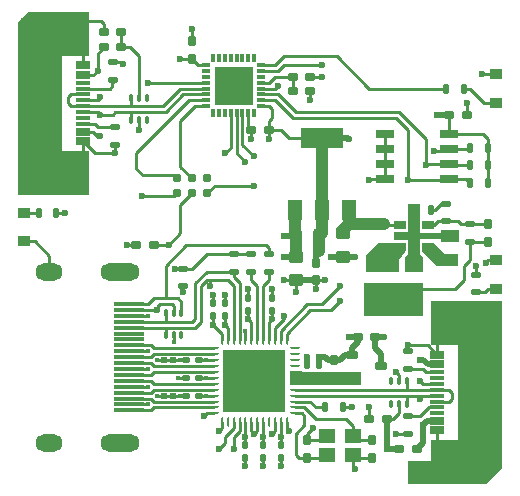
<source format=gtl>
%FSLAX46Y46*%
%MOMM*%
%ADD10C,0.250000*%
%ADD13C,0.286000*%
%ADD11C,0.500000*%
%ADD12C,1.000000*%
%AMPS40*
21,1,5.300000,5.300000,0.000000,0.000000,180.000000*
%
%ADD40PS40*%
%AMPS34*
21,1,0.900000,1.000000,0.000000,0.000000,90.000000*
%
%ADD34PS34*%
%AMPS48*
21,1,0.900000,1.000000,0.000000,0.000000,270.000000*
%
%ADD48PS48*%
%AMPS22*
21,1,0.250000,0.500000,0.000000,0.000000,90.000000*
%
%ADD22PS22*%
%AMPS25*
21,1,0.250000,0.500000,0.000000,0.000000,270.000000*
%
%ADD25PS25*%
%AMPS44*
21,1,0.600000,1.500000,0.000000,0.000000,90.000000*
%
%ADD44PS44*%
%AMPS43*
21,1,0.600000,1.500000,0.000000,0.000000,270.000000*
%
%ADD43PS43*%
%AMPS23*
21,1,0.450000,0.500000,0.000000,0.000000,90.000000*
%
%ADD23PS23*%
%AMPS24*
21,1,0.450000,0.500000,0.000000,0.000000,270.000000*
%
%ADD24PS24*%
%AMPS45*
21,1,1.250000,1.750000,0.000000,0.000000,0.000000*
%
%ADD45PS45*%
%AMPS49*
21,1,0.600000,1.150000,0.000000,0.000000,90.000000*
%
%ADD49PS49*%
%AMPS30*
21,1,0.600000,1.150000,0.000000,0.000000,270.000000*
%
%ADD30PS30*%
%AMPS53*
21,1,0.300000,0.600000,0.000000,0.000000,0.000000*
%
%ADD53PS53*%
%AMPS55*
21,1,0.300000,0.600000,0.000000,0.000000,90.000000*
%
%ADD55PS55*%
%AMPS54*
21,1,0.300000,0.600000,0.000000,0.000000,180.000000*
%
%ADD54PS54*%
%AMPS56*
21,1,0.300000,0.600000,0.000000,0.000000,270.000000*
%
%ADD56PS56*%
%AMPS46*
21,1,3.500000,1.750000,0.000000,0.000000,0.000000*
%
%ADD46PS46*%
%AMPS58*
21,1,0.300000,2.600000,0.000000,0.000000,270.000000*
%
%ADD58PS58*%
%AMPS16*
21,1,1.000000,2.700000,0.000000,0.000000,270.000000*
%
%ADD16PS16*%
%AMPS50*
21,1,2.180000,2.000000,0.000000,0.000000,90.000000*
%
%ADD50PS50*%
%AMPS31*
21,1,2.180000,2.000000,0.000000,0.000000,270.000000*
%
%ADD31PS31*%
%AMPS51*
21,1,0.300000,1.150000,0.000000,0.000000,90.000000*
%
%ADD51PS51*%
%AMPS32*
21,1,0.300000,1.150000,0.000000,0.000000,270.000000*
%
%ADD32PS32*%
%AMPS18*
21,1,0.700000,1.000000,0.000000,0.000000,270.000000*
%
%ADD18PS18*%
%AMPS52*
21,1,1.400000,1.200000,0.000000,0.000000,180.000000*
%
%ADD52PS52*%
%AMPS62*
1,1,0.600000,0.000000,0.000000*
%
%ADD62PS62*%
%AMPS63*
1,1,0.450000,0.000000,0.000000*
%
%ADD63PS63*%
%AMPS59*
21,1,1.800000,1.500000,0.000000,0.000000,0.000000*
1,1,1.500000,0.900000,0.000000*
1,1,1.500000,-0.900000,0.000000*
%
%ADD59PS59*%
%AMPS60*
21,1,0.800000,1.500000,0.000000,0.000000,0.000000*
1,1,1.500000,0.400000,0.000000*
1,1,1.500000,-0.400000,0.000000*
%
%ADD60PS60*%
%AMPS21*
1,1,0.360000,0.220000,-0.195000*
1,1,0.360000,-0.220000,0.195000*
1,1,0.360000,0.220000,0.195000*
21,1,0.800000,0.390000,0.000000,0.000000,0.000000*
21,1,0.440000,0.750000,0.000000,0.000000,0.000000*
1,1,0.360000,-0.220000,-0.195000*
%
%ADD21PS21*%
%AMPS15*
1,1,0.360000,0.195000,0.220000*
1,1,0.360000,-0.195000,-0.220000*
1,1,0.360000,-0.195000,0.220000*
21,1,0.800000,0.390000,0.000000,0.000000,90.000000*
21,1,0.440000,0.750000,0.000000,0.000000,90.000000*
1,1,0.360000,0.195000,-0.220000*
%
%ADD15PS15*%
%AMPS35*
1,1,0.360000,-0.220000,0.195000*
1,1,0.360000,0.220000,-0.195000*
1,1,0.360000,-0.220000,-0.195000*
21,1,0.800000,0.390000,0.000000,0.000000,180.000000*
21,1,0.440000,0.750000,0.000000,0.000000,180.000000*
1,1,0.360000,0.220000,0.195000*
%
%ADD35PS35*%
%AMPS29*
1,1,0.360000,-0.195000,-0.220000*
1,1,0.360000,0.195000,0.220000*
1,1,0.360000,0.195000,-0.220000*
21,1,0.800000,0.390000,0.000000,0.000000,270.000000*
21,1,0.440000,0.750000,0.000000,0.000000,270.000000*
1,1,0.360000,-0.195000,0.220000*
%
%ADD29PS29*%
%AMPS17*
1,1,0.500000,0.375000,0.250000*
1,1,0.500000,-0.375000,-0.250000*
1,1,0.500000,-0.375000,0.250000*
21,1,1.000000,0.750000,0.000000,0.000000,90.000000*
21,1,0.500000,1.250000,0.000000,0.000000,90.000000*
1,1,0.500000,0.375000,-0.250000*
%
%ADD17PS17*%
%AMPS61*
1,1,0.500000,-0.250000,0.375000*
1,1,0.500000,0.250000,-0.375000*
1,1,0.500000,-0.250000,-0.375000*
21,1,1.000000,0.750000,0.000000,0.000000,180.000000*
21,1,0.500000,1.250000,0.000000,0.000000,180.000000*
1,1,0.500000,0.250000,0.375000*
%
%ADD61PS61*%
%AMPS47*
1,1,0.500000,-0.375000,-0.250000*
1,1,0.500000,0.375000,0.250000*
1,1,0.500000,0.375000,-0.250000*
21,1,1.000000,0.750000,0.000000,0.000000,270.000000*
21,1,0.500000,1.250000,0.000000,0.000000,270.000000*
1,1,0.500000,-0.375000,0.250000*
%
%ADD47PS47*%
%AMPS39*
1,1,0.125000,-0.062500,0.337500*
1,1,0.125000,0.062500,-0.337500*
1,1,0.125000,-0.062500,-0.337500*
21,1,0.250000,0.675000,0.000000,0.000000,180.000000*
21,1,0.125000,0.800000,0.000000,0.000000,180.000000*
1,1,0.125000,0.062500,0.337500*
%
%ADD39PS39*%
%AMPS26*
1,1,0.240000,0.130000,-0.330000*
1,1,0.240000,-0.130000,0.330000*
1,1,0.240000,0.130000,0.330000*
21,1,0.500000,0.660000,0.000000,0.000000,0.000000*
21,1,0.260000,0.900000,0.000000,0.000000,0.000000*
1,1,0.240000,-0.130000,-0.330000*
%
%ADD26PS26*%
%AMPS36*
1,1,0.240000,0.330000,0.130000*
1,1,0.240000,-0.330000,-0.130000*
1,1,0.240000,-0.330000,0.130000*
21,1,0.500000,0.660000,0.000000,0.000000,90.000000*
21,1,0.260000,0.900000,0.000000,0.000000,90.000000*
1,1,0.240000,0.330000,-0.130000*
%
%ADD36PS36*%
%AMPS33*
1,1,0.240000,-0.130000,0.330000*
1,1,0.240000,0.130000,-0.330000*
1,1,0.240000,-0.130000,-0.330000*
21,1,0.500000,0.660000,0.000000,0.000000,180.000000*
21,1,0.260000,0.900000,0.000000,0.000000,180.000000*
1,1,0.240000,0.130000,0.330000*
%
%ADD33PS33*%
%AMPS20*
1,1,0.240000,-0.330000,-0.130000*
1,1,0.240000,0.330000,0.130000*
1,1,0.240000,0.330000,-0.130000*
21,1,0.500000,0.660000,0.000000,0.000000,270.000000*
21,1,0.260000,0.900000,0.000000,0.000000,270.000000*
1,1,0.240000,-0.330000,0.130000*
%
%ADD20PS20*%
%AMPS28*
1,1,0.200000,0.110000,-0.200000*
1,1,0.200000,-0.110000,0.200000*
1,1,0.200000,0.110000,0.200000*
21,1,0.420000,0.400000,0.000000,0.000000,0.000000*
21,1,0.220000,0.600000,0.000000,0.000000,0.000000*
1,1,0.200000,-0.110000,-0.200000*
%
%ADD28PS28*%
%AMPS27*
1,1,0.200000,-0.110000,0.200000*
1,1,0.200000,0.110000,-0.200000*
1,1,0.200000,-0.110000,-0.200000*
21,1,0.420000,0.400000,0.000000,0.000000,180.000000*
21,1,0.220000,0.600000,0.000000,0.000000,180.000000*
1,1,0.200000,0.110000,0.200000*
%
%ADD27PS27*%
%AMPS14*
1,1,0.240000,0.130000,0.180000*
1,1,0.240000,-0.130000,-0.180000*
1,1,0.240000,-0.130000,0.180000*
21,1,0.600000,0.260000,0.000000,0.000000,90.000000*
21,1,0.360000,0.500000,0.000000,0.000000,90.000000*
1,1,0.240000,0.130000,-0.180000*
%
%ADD14PS14*%
%AMPS37*
1,1,0.240000,-0.180000,0.130000*
1,1,0.240000,0.180000,-0.130000*
1,1,0.240000,-0.180000,-0.130000*
21,1,0.600000,0.260000,0.000000,0.000000,180.000000*
21,1,0.360000,0.500000,0.000000,0.000000,180.000000*
1,1,0.240000,0.180000,0.130000*
%
%ADD37PS37*%
%AMPS19*
1,1,0.240000,-0.130000,-0.180000*
1,1,0.240000,0.130000,0.180000*
1,1,0.240000,0.130000,-0.180000*
21,1,0.600000,0.260000,0.000000,0.000000,270.000000*
21,1,0.360000,0.500000,0.000000,0.000000,270.000000*
1,1,0.240000,-0.130000,0.180000*
%
%ADD19PS19*%
%AMPS41*
1,1,0.340000,0.330000,0.180000*
1,1,0.340000,-0.330000,-0.180000*
1,1,0.340000,-0.330000,0.180000*
21,1,0.700000,0.660000,0.000000,0.000000,90.000000*
21,1,0.360000,1.000000,0.000000,0.000000,90.000000*
1,1,0.340000,0.330000,-0.180000*
%
%ADD41PS41*%
%AMPS38*
1,1,0.125000,-0.337500,0.062500*
1,1,0.125000,0.337500,-0.062500*
1,1,0.125000,-0.337500,-0.062500*
21,1,0.800000,0.125000,0.000000,0.000000,180.000000*
21,1,0.675000,0.250000,0.000000,0.000000,180.000000*
1,1,0.125000,0.337500,0.062500*
%
%ADD38PS38*%
%AMPS57*
21,1,3.300000,3.300000,0.000000,0.000000,180.000000*
%
%ADD57PS57*%
%AMPS42*
1,1,0.787400,0.000000,0.000000*
%
%ADD42PS42*%
G01*
%LPD*%
G36*
X6500000Y25250000D02*
X6500000Y29000000D01*
X4250000Y29000000D01*
X4250000Y37000000D01*
X6500000Y37000000D01*
X6500000Y40750000D01*
X1367695Y40750000D01*
X500000Y39882305D01*
X500000Y25250000D01*
X6500000Y25250000D01*
D02*
G37*
%LPD*%
G36*
X34750000Y18750000D02*
X34750000Y19999999D01*
X34505001Y20245000D01*
X34495000Y20245000D01*
X34495000Y21355000D01*
X34500000Y21355000D01*
X34500000Y21500000D01*
X36300000Y21500000D01*
X36300000Y21250000D01*
X37800000Y21250000D01*
X37800000Y22250000D01*
X36300000Y22250000D01*
X36300000Y22000000D01*
X34500000Y22000000D01*
X34500000Y22145000D01*
X34495000Y22145000D01*
X34495000Y23255000D01*
X34500000Y23255000D01*
X34500000Y24500000D01*
X33500000Y24500000D01*
X33500000Y23255000D01*
X33505000Y23255000D01*
X33505000Y22145000D01*
X33500000Y22145000D01*
X33500000Y22100000D01*
X32300000Y22100000D01*
X32300000Y21400000D01*
X33500000Y21400000D01*
X33500000Y21355000D01*
X33505000Y21355000D01*
X33505000Y20245000D01*
X33494999Y20245000D01*
X33250000Y19999999D01*
X33250000Y18750000D01*
X34750000Y18750000D01*
D02*
G37*
%LPD*%
G36*
X37750000Y19250000D02*
X37750000Y20250000D01*
X36650001Y20250000D01*
X35749999Y21150000D01*
X34700000Y21150000D01*
X34700000Y20450000D01*
X34799999Y20450000D01*
X36000001Y19250000D01*
X37750000Y19250000D01*
D02*
G37*
%LPD*%
G36*
X32750000Y18750000D02*
X32750000Y19750000D01*
X33300000Y20450000D01*
X33300000Y21150000D01*
X31000001Y21150000D01*
X29950000Y20100000D01*
X29950000Y18750000D01*
X32750000Y18750000D01*
D02*
G37*
%LPD*%
G36*
X34750000Y15000000D02*
X34750000Y17750000D01*
X29750000Y17750000D01*
X29750000Y15000000D01*
X34750000Y15000000D01*
D02*
G37*
%LPD*%
G36*
X40132305Y750000D02*
X41490000Y2107695D01*
X41490000Y16250000D01*
X35500000Y16250000D01*
X35500000Y12500000D01*
X37750000Y12500000D01*
X37750000Y4500000D01*
X35500000Y4500000D01*
X35500000Y2750000D01*
X33500000Y2750000D01*
X33500000Y750000D01*
X40132305Y750000D01*
D02*
G37*
%LPD*%
G36*
X29500000Y9125000D02*
X29500000Y10250000D01*
X24500000Y10250000D01*
X24500000Y10375000D01*
X23550000Y10375000D01*
X23550000Y9125000D01*
X29500000Y9125000D01*
D02*
G37*
%LPD*%
G01*
%LPD*%
D10*
X35995000Y5300000D02*
X35995000Y3965000D01*
D10*
X33400000Y7550000D02*
X33400000Y8160800D01*
D10*
X38750000Y21250000D02*
X38750000Y19750000D01*
D10*
X14250000Y36750000D02*
X15250000Y36750000D01*
D11*
X31750000Y5250000D02*
X31750000Y6250000D01*
D10*
X10500000Y21000000D02*
X9750000Y21000000D01*
D10*
X8500000Y32000000D02*
X8750000Y32250000D01*
D10*
X34505400Y8750000D02*
X34500000Y8744600D01*
D10*
X22000000Y32500000D02*
X22000000Y31750000D01*
D11*
X31200000Y11800000D02*
X31200000Y10750000D01*
D10*
X12850000Y9249998D02*
X13650000Y9249998D01*
D10*
X9250000Y37750000D02*
X10000000Y37750000D01*
D10*
X12500000Y16000000D02*
X13500000Y16000000D01*
D10*
X12250002Y8249998D02*
X12250000Y8250000D01*
D10*
X18250000Y14000000D02*
X18000000Y14250000D01*
D10*
X32800000Y22700000D02*
X31550000Y22700000D01*
D10*
X6005000Y34250000D02*
X8270166Y34250000D01*
D10*
X14750000Y21000000D02*
X13000000Y19250000D01*
D11*
X27999992Y19999944D02*
X28999944Y19999944D01*
D10*
X15250000Y26635000D02*
X14250000Y27635000D01*
D10*
X34520000Y8235400D02*
X34500000Y8255400D01*
D10*
X36950000Y26595000D02*
X38405000Y26595000D01*
D10*
X13025000Y15250000D02*
X13025000Y14525000D01*
D10*
X7750000Y39750000D02*
X7500000Y40000000D01*
D10*
X13675000Y15825000D02*
X13675000Y15250000D01*
D10*
X24250000Y3000000D02*
X25000000Y3000000D01*
D10*
X12000020Y8749998D02*
X12850000Y8749998D01*
D10*
X12250000Y15750000D02*
X12500000Y16000000D01*
D10*
X13675000Y13350000D02*
X13675000Y12825000D01*
D10*
X40250000Y30000000D02*
X39845000Y30405000D01*
D10*
X21750000Y20250000D02*
X21750000Y20750000D01*
D10*
X40000000Y17000000D02*
X39250000Y17000000D01*
D11*
X35170000Y10900000D02*
X35995000Y10900000D01*
D10*
X38250000Y18000112D02*
X37499944Y17250056D01*
D10*
X11750000Y8000000D02*
X12000013Y7749987D01*
D10*
X21250000Y12950000D02*
X21250000Y17500000D01*
D10*
X14250000Y11250000D02*
X13650002Y11250000D01*
D11*
X25750000Y20250000D02*
X26000000Y20500000D01*
D10*
X26600000Y3000000D02*
X25000000Y3000000D01*
D10*
X6005000Y35400000D02*
X6880000Y35400000D01*
D10*
X17750000Y5500000D02*
X17500000Y5250000D01*
D10*
X12850000Y7749998D02*
X13650000Y7749998D01*
D10*
X22750000Y6050000D02*
X22750000Y4750000D01*
D10*
X16500000Y20250000D02*
X18750000Y20250000D01*
D10*
X13000000Y32250000D02*
X10171432Y32250000D01*
D10*
X16750000Y18000000D02*
X18250000Y18000000D01*
D10*
X25750000Y7250000D02*
X26500000Y7250000D01*
D10*
X16500000Y20250000D02*
X15250000Y19000000D01*
D11*
X34250000Y3750000D02*
X34770000Y4270000D01*
D10*
X18000000Y4250000D02*
X17500000Y3750000D01*
D10*
X17050000Y8750000D02*
X13650002Y8750000D01*
D10*
X11999998Y10249998D02*
X12850000Y10249998D01*
D10*
X37020000Y7750000D02*
X35995000Y7750000D01*
D10*
X32250000Y6250000D02*
X31750000Y6250000D01*
D10*
X35200000Y22700000D02*
X35750000Y22700000D01*
D10*
X34520000Y6500000D02*
X33520000Y6500000D01*
D10*
X18750000Y17500000D02*
X18750000Y12950000D01*
D10*
X19250000Y17750000D02*
X18750000Y18250000D01*
D10*
X6005000Y29800000D02*
X6005000Y28465000D01*
D10*
X24000000Y5000000D02*
X24000000Y3250000D01*
D10*
X23000056Y20000056D02*
X23000000Y20000000D01*
D10*
X33520000Y5000000D02*
X32520000Y5000000D01*
D12*
X27999992Y21999944D02*
X27999992Y22249992D01*
D10*
X20750000Y5250000D02*
X20750000Y6050000D01*
D10*
X7480000Y30250000D02*
X7180000Y30250000D01*
D10*
X15500000Y32750000D02*
X16400000Y32750000D01*
D10*
X19500000Y29500000D02*
X20500000Y28500000D01*
D10*
X15250000Y25365000D02*
X14250000Y24365000D01*
D10*
X23450000Y30050000D02*
X26250000Y30050000D01*
D10*
X26250000Y16000000D02*
X27750000Y17500000D01*
D10*
X30500000Y4500000D02*
X29150000Y4500000D01*
D10*
X1050000Y23750000D02*
X1000000Y23700000D01*
D10*
X38000000Y22750000D02*
X38750000Y22750000D01*
D10*
X17750000Y6050000D02*
X17750000Y5500000D01*
D10*
X10100000Y31550000D02*
X10100000Y32178568D01*
D11*
X26750000Y11250000D02*
X26500000Y11500000D01*
D10*
X20000000Y31000000D02*
X20250000Y30750000D01*
D10*
X17155000Y26000000D02*
X20500000Y26000000D01*
D10*
X6880000Y35400000D02*
X7230000Y35750000D01*
D10*
X16520000Y25365000D02*
X17155000Y26000000D01*
D10*
X8480000Y34459834D02*
X8500000Y35000000D01*
D10*
X15000000Y33250000D02*
X10500000Y28750000D01*
D11*
X26500000Y11500000D02*
X26000000Y11500000D01*
D10*
X32500000Y31750000D02*
X23750000Y31750000D01*
D10*
X23950000Y7750000D02*
X25250000Y7750000D01*
D10*
X36750000Y23000000D02*
X37750000Y23000000D01*
D10*
X22750000Y13750000D02*
X25000000Y16000000D01*
D10*
X40300000Y17300000D02*
X40000000Y17000000D01*
D10*
X35995000Y9250000D02*
X34770000Y9250000D01*
D10*
X12750000Y32750000D02*
X14250000Y34250000D01*
D10*
X32750000Y32250000D02*
X35000000Y30000000D01*
D10*
X17000000Y14250000D02*
X17750000Y13500000D01*
D10*
X21750000Y32750000D02*
X22000000Y32500000D01*
D10*
X7230000Y32250000D02*
X7480000Y32000000D01*
D10*
X35995000Y11700000D02*
X35995000Y13035000D01*
D10*
X6005000Y37535000D02*
X5430000Y38110000D01*
D10*
X23955400Y8744600D02*
X33505400Y8744600D01*
D10*
X16425000Y11250000D02*
X15800000Y11250000D01*
D10*
X23250000Y13500000D02*
X25250000Y15500000D01*
D10*
X12000002Y10749998D02*
X12850000Y10749998D01*
D10*
X23000008Y21750008D02*
X23000000Y21750000D01*
D10*
X24750000Y7250000D02*
X25750000Y6250000D01*
D10*
X27000000Y15500000D02*
X27750000Y16250000D01*
D10*
X19750000Y6050000D02*
X19750000Y4750000D01*
D10*
X3150000Y18750000D02*
X3150000Y20100000D01*
D10*
X21250000Y4750000D02*
X21250000Y4050000D01*
D10*
X17000000Y14950000D02*
X17000000Y14250000D01*
D10*
X20000000Y15450000D02*
X20000000Y14750000D01*
D10*
X7230000Y35750000D02*
X7230000Y37209834D01*
D10*
X40250000Y29250000D02*
X40250000Y30000000D01*
D10*
X25250000Y7750000D02*
X25750000Y7250000D01*
D10*
X35995000Y8750000D02*
X34505400Y8750000D01*
D12*
X25999944Y21750008D02*
X25999944Y20500056D01*
D10*
X18750000Y18750000D02*
X16500000Y18750000D01*
D11*
X27750000Y11250000D02*
X28200000Y11700000D01*
D10*
X22250000Y12950000D02*
X22250000Y14000000D01*
D10*
X35270000Y7250000D02*
X34520000Y6500000D01*
D10*
X12850000Y11749998D02*
X13650000Y11749998D01*
D10*
X30345000Y26595000D02*
X30250000Y26500000D01*
D11*
X30750000Y12250000D02*
X31200000Y11800000D01*
D10*
X32750000Y10000000D02*
X32500000Y10250000D01*
D10*
X17000000Y16050000D02*
X17000000Y16750000D01*
D10*
X34770000Y9250000D02*
X34520000Y9500000D01*
D10*
X35995000Y13035000D02*
X36570000Y13610000D01*
D10*
X9870000Y12500000D02*
X11750000Y12500000D01*
D10*
X23250000Y6050000D02*
X23250000Y5479436D01*
D10*
X39950000Y33050000D02*
X38750000Y34250000D01*
D10*
X35995000Y8250000D02*
X34505400Y8250000D01*
D10*
X28850000Y3200000D02*
X28850000Y2150000D01*
D10*
X22500000Y33750000D02*
X24000000Y32250000D01*
D10*
X10100000Y32821432D02*
X10171432Y32750000D01*
D10*
X30500000Y3000000D02*
X29050000Y3000000D01*
D10*
X35750000Y22700000D02*
X36050000Y23000000D01*
D10*
X29150000Y4500000D02*
X28850000Y4800000D01*
D10*
X16500000Y18750000D02*
X15500000Y17750000D01*
D10*
X35000000Y30000000D02*
X35000000Y27750000D01*
D10*
X35750000Y29000000D02*
X36815000Y29000000D01*
D10*
X13650000Y10749998D02*
X17050000Y10750000D01*
D10*
X12850000Y11249998D02*
X12250002Y11249998D01*
D10*
X14000000Y16500000D02*
X14325000Y16175000D01*
D10*
X26650000Y3200000D02*
X26600000Y3000000D01*
D10*
X13650002Y8750000D02*
X13650000Y8749998D01*
D10*
X10750000Y31550000D02*
X10750000Y30750000D01*
D10*
X9870000Y12000000D02*
X11500000Y12000000D01*
D10*
X11750000Y12500000D02*
X12000002Y12249998D01*
D10*
X16400000Y33250000D02*
X15000000Y33250000D01*
D10*
X10171432Y32750000D02*
X12750000Y32750000D01*
D10*
X25250000Y15500000D02*
X27000000Y15500000D01*
D11*
X29250000Y13250000D02*
X28500000Y13250000D01*
D10*
X15500000Y14000000D02*
X16000000Y14500000D01*
D10*
X22000000Y31750000D02*
X21750000Y31500000D01*
D10*
X13650002Y11250000D02*
X13650000Y11249998D01*
D11*
X23999944Y21750008D02*
X23000008Y21750008D01*
D10*
X26350000Y4500000D02*
X25000000Y4500000D01*
D10*
X29050000Y3000000D02*
X28850000Y3200000D01*
D10*
X24000000Y32250000D02*
X32750000Y32250000D01*
D11*
X29250000Y13250000D02*
X29250000Y12750000D01*
D10*
X15500000Y17750000D02*
X15500000Y14750000D01*
D10*
X6005000Y29800000D02*
X7055000Y28750000D01*
D10*
X16000000Y17500000D02*
X16500000Y18000000D01*
D13*
X23950000Y8750000D02*
X23955400Y8744600D01*
D11*
X35995000Y6100000D02*
X35120000Y6100000D01*
D11*
X26250000Y30050000D02*
X28450000Y30050000D01*
D10*
X23000000Y36250000D02*
X26250000Y36250000D01*
D10*
X16425000Y8250000D02*
X15800000Y8250000D01*
D10*
X21750000Y14500000D02*
X22000000Y14750000D01*
D10*
X10000000Y37750000D02*
X10750000Y37000000D01*
D10*
X12000013Y7749987D02*
X12000024Y7749998D01*
D11*
X30750000Y13250000D02*
X31500000Y13250000D01*
D10*
X14250000Y8250000D02*
X13650002Y8250000D01*
D10*
X16000000Y14500000D02*
X16000000Y17500000D01*
D10*
X22000000Y15450000D02*
X22000000Y14750000D01*
D10*
X19750000Y4050000D02*
X19750000Y4750000D01*
D10*
X23000056Y18000056D02*
X23000000Y18000000D01*
D11*
X25000000Y10800000D02*
X25000000Y11500000D01*
D11*
X26000000Y10800000D02*
X26000000Y11500000D01*
D10*
X13650000Y7249998D02*
X17050000Y7250000D01*
D10*
X40250000Y26250000D02*
X40250000Y27750000D01*
D10*
X20250000Y5250000D02*
X20500000Y5000000D01*
D10*
X9870000Y10500000D02*
X11500000Y10500000D01*
D10*
X21750000Y18000000D02*
X21250000Y17500000D01*
D10*
X3750000Y23750000D02*
X4500000Y23750000D01*
D10*
X25250000Y34000000D02*
X25250000Y33250000D01*
D10*
X22500000Y35750000D02*
X23000000Y36250000D01*
D10*
X10750000Y37000000D02*
X10750000Y33450000D01*
D10*
X7480000Y32000000D02*
X8500000Y32000000D01*
D10*
X6005000Y31250000D02*
X6980000Y31250000D01*
D10*
X20500000Y5000000D02*
X20750000Y5250000D01*
D10*
X14325000Y16175000D02*
X14325000Y15250000D01*
D10*
X10500000Y28750000D02*
X10500000Y27476022D01*
D11*
X27250000Y11250000D02*
X27750000Y11250000D01*
D10*
X18250000Y18000000D02*
X18750000Y17500000D01*
D10*
X26650000Y4800000D02*
X26350000Y4500000D01*
D10*
X11750000Y11000000D02*
X12000002Y10749998D01*
D10*
X7230000Y37209834D02*
X7750000Y37750000D01*
D11*
X24000008Y20000056D02*
X23000056Y20000056D01*
D11*
X34770000Y4270000D02*
X34770000Y5750000D01*
D10*
X38500000Y32000000D02*
X38500000Y33000000D01*
D10*
X21100000Y35750000D02*
X22500000Y35750000D01*
D11*
X28800000Y12300000D02*
X28800000Y11700000D01*
D10*
X23000000Y37000000D02*
X27500000Y37000000D01*
D10*
X13500000Y16000000D02*
X13675000Y15825000D01*
D10*
X23250000Y5479436D02*
X23458871Y5270565D01*
D12*
X23950000Y21799952D02*
X23999944Y21750008D01*
D10*
X15250000Y14500000D02*
X13000000Y14500000D01*
D10*
X28000000Y7250000D02*
X28750000Y7250000D01*
D10*
X23750000Y31750000D02*
X22250000Y33250000D01*
D12*
X28600000Y22750000D02*
X31500000Y22750000D01*
D11*
X27250000Y11250000D02*
X26750000Y11250000D01*
D10*
X38750000Y22750000D02*
X40250000Y22750000D01*
D10*
X13025000Y13350000D02*
X13025000Y13975000D01*
D10*
X9870000Y9000000D02*
X11500000Y9000000D01*
D10*
X2250000Y23750000D02*
X1050000Y23750000D01*
D10*
X12000009Y8750009D02*
X12000020Y8749998D01*
D10*
X7230000Y31000000D02*
X8750000Y31000000D01*
D10*
X22750000Y30750000D02*
X23450000Y30050000D01*
D10*
X11047323Y26928699D02*
X13686301Y26928699D01*
D10*
X15750000Y36250000D02*
X15250000Y36750000D01*
D10*
X20250000Y14500000D02*
X20000000Y14750000D01*
D10*
X4730000Y33500000D02*
X4980000Y33750000D01*
D10*
X33500000Y12000000D02*
X33500000Y12500000D01*
D10*
X11750000Y9500000D02*
X12000002Y9249998D01*
D10*
X4980000Y33750000D02*
X6005000Y33750000D01*
D10*
X24000000Y3250000D02*
X24250000Y3000000D01*
D10*
X30250000Y6250000D02*
X30250000Y7250000D01*
D10*
X16425000Y9750000D02*
X17050000Y9750000D01*
D10*
X19250000Y6050000D02*
X19250000Y5250000D01*
D10*
X11999998Y7249998D02*
X12850000Y7249998D01*
D10*
X13000000Y14000000D02*
X15500000Y14000000D01*
D10*
X3150000Y20100000D02*
X1950000Y21300000D01*
D10*
X12250000Y15500000D02*
X9870000Y15500000D01*
D10*
X30250000Y34250000D02*
X36750000Y34250000D01*
D10*
X18000000Y14950000D02*
X18000000Y14250000D01*
D12*
X26250000Y23950000D02*
X26250000Y22000064D01*
D10*
X14250000Y27635000D02*
X14250000Y31500000D01*
D10*
X14500000Y33750000D02*
X13000000Y32250000D01*
D10*
X21100000Y34750000D02*
X21750000Y34750000D01*
D12*
X23999944Y20000120D02*
X24000008Y20000056D01*
D10*
X14500000Y17500000D02*
X14500000Y17000000D01*
D10*
X16400000Y33750000D02*
X14500000Y33750000D01*
D10*
X21750000Y31500000D02*
X21750000Y30750000D01*
D10*
X31550000Y30405000D02*
X31550000Y29135000D01*
D10*
X9250000Y37750000D02*
X9250000Y39000000D01*
D10*
X21100000Y36250000D02*
X22250000Y36250000D01*
D10*
X11750000Y10000000D02*
X11999998Y10249998D01*
D10*
X23955400Y8255400D02*
X33494600Y8255400D01*
D10*
X14700000Y11250000D02*
X14250000Y11250000D01*
D11*
X30750000Y13250000D02*
X30750000Y12250000D01*
D10*
X14250000Y22000000D02*
X13250000Y21000000D01*
D10*
X23950000Y7250000D02*
X24750000Y7250000D01*
D10*
X18750000Y18250000D02*
X18750000Y18750000D01*
D10*
X11500000Y16000000D02*
X12000000Y16500000D01*
D10*
X13650002Y8250000D02*
X13650000Y8249998D01*
D10*
X36050000Y23000000D02*
X36750000Y23000000D01*
D10*
X37020000Y8750000D02*
X37270000Y8500000D01*
D10*
X6830000Y30600000D02*
X6005000Y30600000D01*
D10*
X24500000Y6750000D02*
X24750000Y6500000D01*
D10*
X17050000Y12250000D02*
X13650000Y12249998D01*
D10*
X20250000Y30750000D02*
X20250000Y30000000D01*
D10*
X35500000Y24000000D02*
X35800000Y24000000D01*
D10*
X13980000Y25365000D02*
X13744680Y25129680D01*
D10*
X7750000Y39000000D02*
X7750000Y39750000D01*
D10*
X36950000Y27865000D02*
X35115000Y27865000D01*
D10*
X20000000Y16550000D02*
X20000000Y17250000D01*
D10*
X18750000Y4750000D02*
X18750000Y3750000D01*
D12*
X27999992Y22249992D02*
X28550000Y22800000D01*
D10*
X12850000Y11249998D02*
X13650000Y11249998D01*
D10*
X41000000Y17300000D02*
X40300000Y17300000D01*
D11*
X32750000Y3750000D02*
X31750000Y3750000D01*
D10*
X12000009Y11750009D02*
X12000020Y11749998D01*
D10*
X13650000Y10249998D02*
X12850000Y10249998D01*
D10*
X9870000Y15000000D02*
X11495000Y15000000D01*
D12*
X23950000Y23950000D02*
X23950000Y21799952D01*
D10*
X21750000Y30750000D02*
X22750000Y30750000D01*
D10*
X34770000Y10500000D02*
X33500000Y10500000D01*
D10*
X35995000Y8750000D02*
X37020000Y8750000D01*
D10*
X19000000Y32150000D02*
X19000000Y28750000D01*
D10*
X21250000Y2950000D02*
X21250000Y2250000D01*
D10*
X22250000Y6050000D02*
X22250000Y5250000D01*
D10*
X35995000Y3965000D02*
X36570000Y3390000D01*
D10*
X36950000Y30405000D02*
X36950000Y31950000D01*
D10*
X38750000Y19750000D02*
X38250000Y19250000D01*
D10*
X17050000Y7750000D02*
X13650002Y7750000D01*
D11*
X31750000Y3750000D02*
X31750000Y5250000D01*
D10*
X31550000Y22700000D02*
X31500000Y22750000D01*
D10*
X20750000Y12950000D02*
X20750000Y17500000D01*
D10*
X21100000Y32750000D02*
X21750000Y32750000D01*
D10*
X19750000Y12950000D02*
X19750000Y13745000D01*
D10*
X4980000Y32750000D02*
X4730000Y33000000D01*
D10*
X9870000Y11500000D02*
X11750000Y11500000D01*
D10*
X16400000Y36250000D02*
X15750000Y36250000D01*
D11*
X29250000Y12750000D02*
X28800000Y12300000D01*
D10*
X13000000Y19250000D02*
X13000000Y16500000D01*
D11*
X25750000Y19500000D02*
X25750000Y20250000D01*
D10*
X18500000Y29250000D02*
X18500000Y32150000D01*
D10*
X39845000Y30405000D02*
X36950000Y30405000D01*
D10*
X12000002Y12249998D02*
X12850000Y12249998D01*
D10*
X38635000Y29135000D02*
X38750000Y29250000D01*
D10*
X23250000Y12950000D02*
X23250000Y13500000D01*
D10*
X34000008Y17250056D02*
X31400056Y17250056D01*
D11*
X28999944Y19999944D02*
X29000000Y20000000D01*
D10*
X14700000Y8250000D02*
X14250000Y8250000D01*
D10*
X12000000Y16500000D02*
X13000000Y16500000D01*
D10*
X7055000Y28750000D02*
X8750000Y28750000D01*
D10*
X9870000Y14500000D02*
X13000000Y14500000D01*
D10*
X39800000Y35450000D02*
X39750000Y35500000D01*
D10*
X12000020Y11749998D02*
X12850000Y11749998D01*
D10*
X9870000Y10000000D02*
X11750000Y10000000D01*
D10*
X12850000Y7249998D02*
X13650000Y7249998D01*
D10*
X25250000Y35250000D02*
X26250000Y35250000D01*
D10*
X16500000Y18000000D02*
X16750000Y18000000D01*
D10*
X8270166Y34250000D02*
X8480000Y34459834D01*
D10*
X28850000Y5650000D02*
X28850000Y4800000D01*
D11*
X34820000Y11250000D02*
X35170000Y10900000D01*
D11*
X34520000Y11250000D02*
X34820000Y11250000D01*
D10*
X23950000Y6750000D02*
X24500000Y6750000D01*
D10*
X41000000Y19700000D02*
X40305000Y19700000D01*
D10*
X14250000Y24365000D02*
X14250000Y22000000D01*
D10*
X34505400Y8250000D02*
X34500000Y8255400D01*
D10*
X28850000Y2150000D02*
X29000000Y2000000D01*
D10*
X6980000Y31250000D02*
X7230000Y31000000D01*
D10*
X38750000Y34250000D02*
X38250000Y34250000D01*
D10*
X38750000Y21250000D02*
X40250000Y21250000D01*
D10*
X11495000Y15000000D02*
X11500000Y14995000D01*
D10*
X18750000Y5500000D02*
X18000000Y4750000D01*
D10*
X12850000Y10749998D02*
X13650000Y10749998D01*
D10*
X38750000Y27750000D02*
X37065000Y27750000D01*
D10*
X9870000Y8000000D02*
X11750000Y8000000D01*
D10*
X18250000Y12950000D02*
X18250000Y14000000D01*
D12*
X25999944Y20500056D02*
X26000000Y20500000D01*
D10*
X19250000Y5250000D02*
X18750000Y4750000D01*
D10*
X40305000Y19700000D02*
X40105000Y19500000D01*
D10*
X27500000Y37000000D02*
X30250000Y34250000D01*
D12*
X26250000Y22000064D02*
X25999944Y21750008D01*
D11*
X28450000Y30050000D02*
X28500000Y30000000D01*
D10*
X21250000Y6050000D02*
X21250000Y4750000D01*
D10*
X22000000Y16550000D02*
X22000000Y17250000D01*
D10*
X17050000Y6750000D02*
X16500000Y6750000D01*
D10*
X8500000Y36500000D02*
X9171432Y36500000D01*
D10*
X17050000Y8250000D02*
X16425000Y8250000D01*
D10*
X9870000Y11000000D02*
X11750000Y11000000D01*
D10*
X20250000Y18750000D02*
X20250000Y18000000D01*
D10*
X19000000Y28750000D02*
X19750000Y28000000D01*
D10*
X23750000Y34000000D02*
X23750000Y35250000D01*
D10*
X21100000Y33750000D02*
X22500000Y33750000D01*
D10*
X12850000Y8249998D02*
X13650000Y8249998D01*
D10*
X9870000Y16000000D02*
X11500000Y16000000D01*
D10*
X22250000Y34250000D02*
X22500000Y34500000D01*
D10*
X33400000Y8850000D02*
X33505400Y8744600D01*
D10*
X14250000Y31500000D02*
X15500000Y32750000D01*
D10*
X36855000Y26500000D02*
X36950000Y26595000D01*
D10*
X38405000Y26595000D02*
X38750000Y26250000D01*
D12*
X28550000Y22800000D02*
X28600000Y22750000D01*
D10*
X13000000Y14000000D02*
X9870000Y14000000D01*
D10*
X15500000Y14750000D02*
X15250000Y14500000D01*
D10*
X12000002Y9249998D02*
X12850000Y9249998D01*
D10*
X38250000Y19250000D02*
X38250000Y18000112D01*
D10*
X33500000Y26500000D02*
X33500000Y30750000D01*
D10*
X12250002Y11249998D02*
X12250000Y11250000D01*
D10*
X16750000Y18000000D02*
X16750000Y17500000D01*
D10*
X24750000Y6500000D02*
X24750000Y5750000D01*
D10*
X21750000Y20750000D02*
X21500000Y21000000D01*
D10*
X18750000Y6050000D02*
X18750000Y5500000D01*
D10*
X15250000Y19000000D02*
X14500000Y19000000D01*
D10*
X33494600Y8255400D02*
X34500000Y8255400D01*
D10*
X10171432Y32750000D02*
X6005000Y32750000D01*
D10*
X12250000Y15500000D02*
X12250000Y15750000D01*
D10*
X20250000Y6050000D02*
X20250000Y5250000D01*
D10*
X1950000Y21300000D02*
X1000000Y21300000D01*
D10*
X36950000Y31950000D02*
X37000000Y32000000D01*
D10*
X33400000Y8160800D02*
X33494600Y8255400D01*
D10*
X32750000Y6750000D02*
X32250000Y6250000D01*
D10*
X19500000Y32150000D02*
X19500000Y29500000D01*
D10*
X6005000Y28465000D02*
X5430000Y27890000D01*
D10*
X10100000Y33450000D02*
X10100000Y32821432D01*
D10*
X31550000Y26595000D02*
X30345000Y26595000D01*
D10*
X40250000Y29250000D02*
X40250000Y27750000D01*
D10*
X21500000Y21000000D02*
X14750000Y21000000D01*
D10*
X6005000Y32250000D02*
X7230000Y32250000D01*
D10*
X18000000Y16050000D02*
X18000000Y16750000D01*
D10*
X19750000Y2950000D02*
X19750000Y2250000D01*
D10*
X4730000Y33000000D02*
X4730000Y33500000D01*
D10*
X35995000Y7250000D02*
X35270000Y7250000D01*
D10*
X24750000Y5750000D02*
X24000000Y5000000D01*
D10*
X35020000Y10250000D02*
X34770000Y10500000D01*
D10*
X21750000Y12950000D02*
X21750000Y14500000D01*
D10*
X11750000Y8500000D02*
X12000009Y8750009D01*
D10*
X37270000Y8000000D02*
X37020000Y7750000D01*
D10*
X7180000Y30250000D02*
X6830000Y30600000D01*
D10*
X11750000Y11500000D02*
X12000009Y11750009D01*
D10*
X6005000Y36200000D02*
X6005000Y37535000D01*
D10*
X24000008Y18000056D02*
X24000008Y17250008D01*
D10*
X15250000Y38250000D02*
X15250000Y39250000D01*
D10*
X13025000Y13975000D02*
X13000000Y14000000D01*
D10*
X20250000Y20250000D02*
X18750000Y20250000D01*
D10*
X20250000Y18000000D02*
X20750000Y17500000D01*
D10*
X10500000Y27476022D02*
X11047323Y26928699D01*
D10*
X20250000Y12950000D02*
X20250000Y14500000D01*
D10*
X41000000Y33050000D02*
X39950000Y33050000D01*
D10*
X9870000Y7500000D02*
X11500000Y7500000D01*
D10*
X6005000Y32750000D02*
X4980000Y32750000D01*
D11*
X35120000Y6100000D02*
X34770000Y5750000D01*
D10*
X25000000Y5000000D02*
X25500000Y5500000D01*
D10*
X21100000Y34250000D02*
X22250000Y34250000D01*
D10*
X17050000Y11250000D02*
X16425000Y11250000D01*
D10*
X12000024Y7749998D02*
X12850000Y7749998D01*
D10*
X12850000Y8249998D02*
X12250002Y8249998D01*
D10*
X8750000Y32250000D02*
X10171432Y32250000D01*
D10*
X32750000Y7550000D02*
X32750000Y6750000D01*
D10*
X13744680Y25129680D02*
X10979680Y25129680D01*
D10*
X24000008Y18000056D02*
X23000056Y18000056D01*
D10*
X13650000Y10249998D02*
X17050000Y10250000D01*
D10*
X22750000Y2950000D02*
X22750000Y2250000D01*
D10*
X35995000Y11700000D02*
X35195000Y12500000D01*
D10*
X37750000Y23000000D02*
X38000000Y22750000D01*
D10*
X7480000Y33480000D02*
X7250000Y33250000D01*
D10*
X24000008Y17250008D02*
X24000000Y17000000D01*
D10*
X37270000Y8500000D02*
X37270000Y8000000D01*
D10*
X11500000Y34750000D02*
X16400000Y34750000D01*
D10*
X21750000Y18750000D02*
X21750000Y18000000D01*
D10*
X33400000Y9450000D02*
X33400000Y8850000D01*
D10*
X17750000Y13500000D02*
X17750000Y12950000D01*
D10*
X12850000Y12249998D02*
X13650000Y12249998D01*
D10*
X21750000Y30750000D02*
X21750000Y30000000D01*
D11*
X36000000Y32000000D02*
X37000000Y32000000D01*
D10*
X41000000Y35450000D02*
X39800000Y35450000D01*
D10*
X7250000Y33250000D02*
X6005000Y33250000D01*
D12*
X23999944Y21750008D02*
X23999944Y20000120D01*
D10*
X36950000Y29135000D02*
X38635000Y29135000D01*
D10*
X13250000Y21000000D02*
X12000000Y21000000D01*
D10*
X35195000Y12500000D02*
X33500000Y12500000D01*
D10*
X15800000Y9750000D02*
X16425000Y9750000D01*
D10*
X25000000Y4500000D02*
X25000000Y5000000D01*
D10*
X25750000Y6250000D02*
X28250000Y6250000D01*
D10*
X22750000Y4750000D02*
X22750000Y4050000D01*
D10*
X37499944Y17250056D02*
X34000008Y17250056D01*
D10*
X23750000Y35250000D02*
X22250000Y35250000D01*
D10*
X13650000Y9249998D02*
X17050000Y9250000D01*
D10*
X13650002Y7750000D02*
X13650000Y7749998D01*
D10*
X14500000Y19000000D02*
X13750000Y19000000D01*
D10*
X13650000Y11749998D02*
X17050000Y11750000D01*
D10*
X35800000Y24000000D02*
X36300000Y24500000D01*
D10*
X22250000Y35250000D02*
X21750000Y34750000D01*
D11*
X24000064Y18000000D02*
X24000008Y18000056D01*
D10*
X25750000Y18000000D02*
X26500000Y18000000D01*
D10*
X39250000Y18500000D02*
X39250000Y19250000D01*
D10*
X28250000Y6250000D02*
X28850000Y5650000D01*
D10*
X33500000Y26500000D02*
X36855000Y26500000D01*
D10*
X34520000Y8000000D02*
X34520000Y8235400D01*
D10*
X33505400Y8744600D02*
X34500000Y8744600D01*
D10*
X32750000Y9450000D02*
X32750000Y10000000D01*
D10*
X9171432Y36500000D02*
X9345799Y36325633D01*
D10*
X9870000Y7000000D02*
X11750000Y7000000D01*
D10*
X22250000Y14000000D02*
X23000000Y14750000D01*
D10*
X22250000Y36250000D02*
X23000000Y37000000D01*
D10*
X12850000Y8749998D02*
X13650000Y8749998D01*
D12*
X28550000Y22800000D02*
X28550000Y23950000D01*
D10*
X14250000Y34250000D02*
X16400000Y34250000D01*
D10*
X9870000Y8500000D02*
X11750000Y8500000D01*
D13*
X23950000Y8250000D02*
X23955400Y8255400D01*
D10*
X13000000Y16500000D02*
X14000000Y16500000D01*
D10*
X13025000Y14525000D02*
X13000000Y14500000D01*
D10*
X36815000Y29000000D02*
X36950000Y29135000D01*
D10*
X31400056Y17250056D02*
X31300000Y17150000D01*
D10*
X25750000Y18000000D02*
X25750000Y17250000D01*
D11*
X28200000Y11700000D02*
X28800000Y11700000D01*
D10*
X18000000Y4750000D02*
X18000000Y4250000D01*
D10*
X9870000Y9500000D02*
X11750000Y9500000D01*
D10*
X7480000Y33500000D02*
X7480000Y33480000D01*
D10*
X22250000Y5250000D02*
X22000000Y5000000D01*
D10*
X20000000Y32150000D02*
X20000000Y31000000D01*
D10*
X16500000Y6750000D02*
X16250000Y6500000D01*
D10*
X8750000Y29500000D02*
X8750000Y28750000D01*
D10*
X35995000Y10250000D02*
X35020000Y10250000D01*
D10*
X36300000Y24500000D02*
X36750000Y24500000D01*
D10*
X31550000Y27865000D02*
X31550000Y29135000D01*
D10*
X22250000Y33250000D02*
X21100000Y33250000D01*
D10*
X18000000Y28750000D02*
X18500000Y29250000D01*
D11*
X27999992Y19999944D02*
X27000056Y19999944D01*
D12*
X26250000Y23950000D02*
X26250000Y30050000D01*
D10*
X31550000Y27865000D02*
X31550000Y26595000D01*
D11*
X25750000Y18000000D02*
X24000064Y18000000D01*
D10*
X37065000Y27750000D02*
X36950000Y27865000D01*
D11*
X27000056Y19999944D02*
X27000000Y20000000D01*
D10*
X33500000Y30750000D02*
X32500000Y31750000D01*
D10*
X19250000Y12950000D02*
X19250000Y17750000D01*
D10*
X35115000Y27865000D02*
X35000000Y27750000D01*
D10*
X13686301Y26928699D02*
X13980000Y26635000D01*
D10*
X22750000Y12950000D02*
X22750000Y13750000D01*
D10*
X7500000Y40000000D02*
X6250000Y40000000D01*
D10*
X14700000Y9750000D02*
X14000000Y9750000D01*
D10*
X19750000Y13745000D02*
X19745000Y13750000D01*
D10*
X10100000Y32178568D02*
X10171432Y32250000D01*
D10*
X23000000Y14750000D02*
X23000000Y15000000D01*
D10*
X25000000Y16000000D02*
X26250000Y16000000D01*
D10*
X11750000Y7000000D02*
X11999998Y7249998D01*
G75*
D14*
X22000000Y16550000D03*
D14*
X22000000Y15450000D03*
D15*
X40250000Y22750000D03*
D15*
X40250000Y21250000D03*
D16*
X31300000Y19350000D03*
D16*
X31300000Y17150000D03*
D15*
X15250000Y38250000D03*
D15*
X15250000Y36750000D03*
D17*
X24000008Y18000056D03*
D17*
X24000008Y20000056D03*
D18*
X32800000Y21750000D03*
D18*
X35200000Y20800000D03*
D18*
X32800000Y22700000D03*
D18*
X35200000Y22700000D03*
D18*
X32800000Y20800000D03*
D19*
X21250000Y2950000D03*
D19*
X21250000Y4050000D03*
D20*
X14500000Y19000000D03*
D20*
X14500000Y17500000D03*
D14*
X17000000Y16050000D03*
D14*
X17000000Y14950000D03*
D21*
X25250000Y34000000D03*
D21*
X23750000Y34000000D03*
D22*
X13650000Y10249998D03*
D22*
X13650000Y12249998D03*
D23*
X13650000Y11249998D03*
D24*
X12850000Y11249998D03*
D25*
X12850000Y12249998D03*
D25*
X12850000Y10249998D03*
D22*
X13650000Y10749998D03*
D25*
X12850000Y10749998D03*
D22*
X13650000Y11749998D03*
D25*
X12850000Y11749998D03*
D14*
X18000000Y16050000D03*
D14*
X18000000Y14950000D03*
D26*
X36750000Y34250000D03*
D26*
X38250000Y34250000D03*
D27*
X10100000Y33450000D03*
D27*
X11400000Y33450000D03*
D27*
X10750000Y33450000D03*
D28*
X10100000Y31550000D03*
D28*
X11400000Y31550000D03*
D28*
X10750000Y31550000D03*
D29*
X25750000Y18000000D03*
D29*
X25750000Y19500000D03*
D30*
X6005000Y29800000D03*
D31*
X5430000Y38110000D03*
D32*
X6005000Y34250000D03*
D31*
X1500000Y27890000D03*
D32*
X6005000Y31750000D03*
D31*
X5430000Y27890000D03*
D32*
X6005000Y33250000D03*
D32*
X6005000Y34750000D03*
D32*
X6005000Y31250000D03*
D30*
X6005000Y35400000D03*
D31*
X1500000Y38110000D03*
D32*
X6005000Y32750000D03*
D30*
X6005000Y30600000D03*
D30*
X6005000Y36200000D03*
D32*
X6005000Y33750000D03*
D32*
X6005000Y32250000D03*
D20*
X33520000Y6500000D03*
D20*
X33520000Y5000000D03*
D33*
X35500000Y24000000D03*
D33*
X34000000Y24000000D03*
D34*
X1000000Y23700000D03*
D34*
X1000000Y21300000D03*
D35*
X32750000Y3750000D03*
D35*
X34250000Y3750000D03*
D36*
X8750000Y29500000D03*
D36*
X8750000Y31000000D03*
D14*
X26000000Y10800000D03*
D14*
X26000000Y9700000D03*
D14*
X20000000Y16550000D03*
D14*
X20000000Y15450000D03*
D21*
X9250000Y37750000D03*
D21*
X7750000Y37750000D03*
D36*
X8500000Y35000000D03*
D36*
X8500000Y36500000D03*
D37*
X14700000Y8250000D03*
D37*
X15800000Y8250000D03*
D33*
X40250000Y26250000D03*
D33*
X38750000Y26250000D03*
D20*
X18750000Y20250000D03*
D20*
X18750000Y18750000D03*
D38*
X23950000Y9750000D03*
D39*
X21750000Y6050000D03*
D39*
X21250000Y6050000D03*
D38*
X23950000Y12250000D03*
D38*
X23950000Y8750000D03*
D39*
X20750000Y12950000D03*
D39*
X18750000Y6050000D03*
D40*
X20500000Y9500000D03*
D38*
X17050000Y6750000D03*
D38*
X23950000Y6750000D03*
D39*
X21250000Y12950000D03*
D38*
X17050000Y12250000D03*
D38*
X23950000Y10250000D03*
D39*
X20250000Y12950000D03*
D38*
X17050000Y10750000D03*
D38*
X23950000Y9250000D03*
D38*
X23950000Y11750000D03*
D38*
X17050000Y9250000D03*
D38*
X17050000Y11750000D03*
D39*
X19250000Y12950000D03*
D39*
X21750000Y12950000D03*
D39*
X17750000Y6050000D03*
D38*
X23950000Y11250000D03*
D39*
X23250000Y6050000D03*
D38*
X23950000Y8250000D03*
D38*
X17050000Y9750000D03*
D39*
X20750000Y6050000D03*
D39*
X20250000Y6050000D03*
D39*
X18250000Y6050000D03*
D38*
X17050000Y8250000D03*
D39*
X18250000Y12950000D03*
D39*
X22750000Y6050000D03*
D38*
X17050000Y7750000D03*
D38*
X23950000Y7750000D03*
D38*
X17050000Y8750000D03*
D38*
X23950000Y10750000D03*
D38*
X17050000Y11250000D03*
D39*
X17750000Y12950000D03*
D38*
X17050000Y7250000D03*
D39*
X18750000Y12950000D03*
D39*
X23250000Y12950000D03*
D39*
X22250000Y12950000D03*
D39*
X22250000Y6050000D03*
D39*
X22750000Y12950000D03*
D38*
X17050000Y10250000D03*
D38*
X23950000Y7250000D03*
D39*
X19250000Y6050000D03*
D39*
X19750000Y12950000D03*
D39*
X19750000Y6050000D03*
D28*
X33400000Y7550000D03*
D28*
X32100000Y7550000D03*
D28*
X32750000Y7550000D03*
D27*
X33400000Y9450000D03*
D27*
X32100000Y9450000D03*
D27*
X32750000Y9450000D03*
D41*
X31200000Y10750000D03*
D41*
X28800000Y11700000D03*
D41*
X28800000Y9800000D03*
D20*
X33500000Y12000000D03*
D20*
X33500000Y10500000D03*
D42*
X16520000Y25365000D03*
D42*
X13980000Y25365000D03*
D42*
X13980000Y26635000D03*
D42*
X15250000Y26635000D03*
D42*
X15250000Y25365000D03*
D42*
X16520000Y26635000D03*
D35*
X29250000Y13250000D03*
D35*
X30750000Y13250000D03*
D22*
X13650000Y7249998D03*
D22*
X13650000Y9249998D03*
D23*
X13650000Y8249998D03*
D24*
X12850000Y8249998D03*
D25*
X12850000Y9249998D03*
D25*
X12850000Y7249998D03*
D22*
X13650000Y7749998D03*
D25*
X12850000Y7749998D03*
D22*
X13650000Y8749998D03*
D25*
X12850000Y8749998D03*
D35*
X7750000Y39000000D03*
D35*
X9250000Y39000000D03*
D37*
X14700000Y11250000D03*
D37*
X15800000Y11250000D03*
D43*
X31550000Y29135000D03*
D43*
X31550000Y26595000D03*
D44*
X36950000Y29135000D03*
D43*
X31550000Y30405000D03*
D43*
X31550000Y27865000D03*
D44*
X36950000Y26595000D03*
D44*
X36950000Y27865000D03*
D44*
X36950000Y30405000D03*
D27*
X13025000Y15250000D03*
D27*
X14325000Y15250000D03*
D27*
X13675000Y15250000D03*
D28*
X13025000Y13350000D03*
D28*
X14325000Y13350000D03*
D28*
X13675000Y13350000D03*
D14*
X25000000Y10800000D03*
D14*
X25000000Y9700000D03*
D37*
X14700000Y9750000D03*
D37*
X15800000Y9750000D03*
D17*
X37000008Y19750056D03*
D17*
X37000008Y21750056D03*
D45*
X28550000Y23950000D03*
D45*
X26250000Y23950000D03*
D45*
X23950000Y23950000D03*
D46*
X26250000Y30050000D03*
D20*
X39250000Y18500000D03*
D20*
X39250000Y17000000D03*
D15*
X27250000Y11250000D03*
D15*
X27250000Y9750000D03*
D35*
X20250000Y30750000D03*
D35*
X21750000Y30750000D03*
D33*
X40250000Y29250000D03*
D33*
X38750000Y29250000D03*
D21*
X38500000Y32000000D03*
D21*
X37000000Y32000000D03*
D33*
X40250000Y27750000D03*
D33*
X38750000Y27750000D03*
D19*
X19750000Y2950000D03*
D19*
X19750000Y4050000D03*
D47*
X27999992Y21999944D03*
D47*
X27999992Y19999944D03*
D17*
X34000008Y17250056D03*
D17*
X34000008Y19250056D03*
D20*
X21750000Y20250000D03*
D20*
X21750000Y18750000D03*
D48*
X41000000Y17300000D03*
D48*
X41000000Y19700000D03*
D49*
X35995000Y11700000D03*
D50*
X36570000Y3390000D03*
D51*
X35995000Y7250000D03*
D50*
X40500000Y13610000D03*
D51*
X35995000Y9750000D03*
D50*
X36570000Y13610000D03*
D51*
X35995000Y8250000D03*
D51*
X35995000Y6750000D03*
D51*
X35995000Y10250000D03*
D49*
X35995000Y6100000D03*
D50*
X40500000Y3390000D03*
D51*
X35995000Y8750000D03*
D49*
X35995000Y10900000D03*
D49*
X35995000Y5300000D03*
D51*
X35995000Y7750000D03*
D51*
X35995000Y9250000D03*
D36*
X36750000Y23000000D03*
D36*
X36750000Y24500000D03*
D52*
X26650000Y3200000D03*
D52*
X28850000Y3200000D03*
D52*
X28850000Y4800000D03*
D52*
X26650000Y4800000D03*
D53*
X18000000Y32150000D03*
D54*
X18000000Y36850000D03*
D55*
X21100000Y34250000D03*
D53*
X20500000Y32150000D03*
D56*
X16400000Y35250000D03*
D53*
X17000000Y32150000D03*
D54*
X19500000Y36850000D03*
D55*
X21100000Y34750000D03*
D56*
X16400000Y33250000D03*
D53*
X18500000Y32150000D03*
D55*
X21100000Y35250000D03*
D53*
X20000000Y32150000D03*
D54*
X18500000Y36850000D03*
D55*
X21100000Y36250000D03*
D54*
X20000000Y36850000D03*
D56*
X16400000Y35750000D03*
D54*
X19000000Y36850000D03*
D57*
X18750000Y34500000D03*
D56*
X16400000Y32750000D03*
D55*
X21100000Y33250000D03*
D56*
X16400000Y36250000D03*
D56*
X16400000Y33750000D03*
D56*
X16400000Y34250000D03*
D55*
X21100000Y33750000D03*
D56*
X16400000Y34750000D03*
D54*
X20500000Y36850000D03*
D54*
X17000000Y36850000D03*
D53*
X19000000Y32150000D03*
D54*
X17500000Y36850000D03*
D53*
X19500000Y32150000D03*
D53*
X17500000Y32150000D03*
D55*
X21100000Y32750000D03*
D55*
X21100000Y35750000D03*
D35*
X30250000Y6250000D03*
D35*
X31750000Y6250000D03*
D33*
X3750000Y23750000D03*
D33*
X2250000Y23750000D03*
D26*
X26500000Y7250000D03*
D26*
X28000000Y7250000D03*
D35*
X23750000Y35250000D03*
D35*
X25250000Y35250000D03*
D20*
X20250000Y20250000D03*
D20*
X20250000Y18750000D03*
D29*
X30500000Y3000000D03*
D29*
X30500000Y4500000D03*
D35*
X10500000Y21000000D03*
D35*
X12000000Y21000000D03*
D58*
X9870000Y10000000D03*
D58*
X9870000Y15500000D03*
D58*
X9870000Y7000000D03*
D58*
X9870000Y7500000D03*
D59*
X9110000Y4250000D03*
D58*
X9870000Y8000000D03*
D58*
X9870000Y13000000D03*
D58*
X9870000Y12500000D03*
D58*
X9870000Y14500000D03*
D59*
X9110000Y18750000D03*
D58*
X9870000Y11000000D03*
D58*
X9870000Y9500000D03*
D60*
X3150000Y18750000D03*
D58*
X9870000Y8500000D03*
D58*
X9870000Y12000000D03*
D58*
X9870000Y13500000D03*
D58*
X9870000Y16000000D03*
D58*
X9870000Y10500000D03*
D60*
X3150000Y4250000D03*
D58*
X9870000Y11500000D03*
D58*
X9870000Y9000000D03*
D58*
X9870000Y15000000D03*
D58*
X9870000Y14000000D03*
D36*
X38750000Y21250000D03*
D36*
X38750000Y22750000D03*
D61*
X25999944Y21750008D03*
D61*
X23999944Y21750008D03*
D48*
X41000000Y33050000D03*
D48*
X41000000Y35450000D03*
D19*
X22750000Y2950000D03*
D19*
X22750000Y4050000D03*
D15*
X25000000Y4500000D03*
D15*
X25000000Y3000000D03*
D62*
X18750000Y9500000D03*
D62*
X20500000Y26000000D03*
D62*
X18750000Y7750000D03*
D62*
X17500000Y5250000D03*
D62*
X22000000Y17250000D03*
D63*
X12250000Y8250000D03*
D62*
X36500000Y15500000D03*
D62*
X4500000Y23750000D03*
D62*
X13250000Y21000000D03*
D62*
X25750000Y17250000D03*
D62*
X6250000Y40000000D03*
D62*
X21750000Y30000000D03*
D62*
X18750000Y34500000D03*
D62*
X27750000Y17500000D03*
D62*
X22500000Y34500000D03*
D62*
X22000000Y5000000D03*
D63*
X11500000Y10500000D03*
D62*
X36000000Y19750000D03*
D62*
X36000000Y32000000D03*
D62*
X40250000Y1500000D03*
D62*
X35750000Y1500000D03*
D62*
X18750002Y35749999D03*
D62*
X34520000Y9500000D03*
D62*
X38000000Y15500000D03*
D62*
X23458871Y5270565D03*
D63*
X16425000Y9750000D03*
D62*
X3090000Y27000000D03*
D62*
X33500000Y26500000D03*
D62*
X39250000Y19250000D03*
D62*
X20000002Y34499999D03*
D62*
X33500000Y12500000D03*
D63*
X11500000Y14995000D03*
D62*
X19750000Y4750000D03*
D62*
X9345799Y36325633D03*
D62*
X20500000Y5000000D03*
D62*
X17500000Y3750000D03*
D62*
X3250000Y40000000D03*
D62*
X22750000Y2250000D03*
D62*
X22250000Y9500000D03*
D62*
X40250000Y15500000D03*
D62*
X18000000Y16750000D03*
D63*
X11500000Y12000000D03*
D63*
X11500000Y7500000D03*
D62*
X1750000Y26000000D03*
D62*
X16250000Y6500000D03*
D62*
X17500002Y35749999D03*
D62*
X27000000Y20000000D03*
D62*
X4750000Y40000000D03*
D62*
X41000000Y15500000D03*
D62*
X39500000Y1500000D03*
D63*
X14250000Y11250000D03*
D62*
X39500000Y15500000D03*
D62*
X18750000Y3750000D03*
D62*
X35000000Y27750000D03*
D63*
X16425000Y11250000D03*
D62*
X34250000Y16250000D03*
D62*
X33500000Y16250000D03*
D62*
X24000000Y17000000D03*
D62*
X20000000Y17250000D03*
D62*
X37250000Y15500000D03*
D62*
X9750000Y21000000D03*
D63*
X16425000Y8250000D03*
D62*
X23000000Y20000000D03*
D62*
X20500000Y28500000D03*
D63*
X11500000Y9000000D03*
D62*
X20000002Y33249999D03*
D62*
X34000000Y22750000D03*
D62*
X18750000Y11250000D03*
D62*
X33500000Y15500000D03*
D62*
X13750000Y19000000D03*
D62*
X20250000Y30000000D03*
D62*
X20000000Y14750000D03*
D62*
X29000000Y2000000D03*
D62*
X1750000Y40000000D03*
D62*
X26250000Y36250000D03*
D62*
X17500002Y33249999D03*
D62*
X38000000Y1500000D03*
D62*
X34000000Y20750000D03*
D62*
X16750000Y17500000D03*
D62*
X3090000Y39000000D03*
D62*
X26000000Y11500000D03*
D63*
X14250000Y8250000D03*
D62*
X8750000Y28750000D03*
D62*
X1000000Y26000000D03*
D62*
X30250000Y7250000D03*
D62*
X4750000Y26000000D03*
D62*
X22750000Y4750000D03*
D62*
X36000000Y21750000D03*
D62*
X26250000Y35250000D03*
D62*
X7480000Y32000000D03*
D63*
X14000000Y9750000D03*
D62*
X14250000Y36750000D03*
D62*
X19750000Y28000000D03*
D62*
X10750000Y30750000D03*
D62*
X3840000Y28000000D03*
D62*
X38750000Y15500000D03*
D62*
X34250000Y15500000D03*
D62*
X25250000Y33250000D03*
D62*
X15250000Y39250000D03*
D62*
X18000000Y28750000D03*
D62*
X22250000Y11250000D03*
D62*
X3840000Y38000000D03*
D62*
X28500000Y13250000D03*
D62*
X20500000Y11250000D03*
D62*
X20500000Y9500000D03*
D62*
X5500000Y40000000D03*
D62*
X38910000Y2500000D03*
D62*
X3250000Y26000000D03*
D62*
X18750002Y33249999D03*
D62*
X28500000Y30000000D03*
D63*
X12250000Y11250000D03*
D62*
X12250000Y15500000D03*
D62*
X22250000Y7750000D03*
D62*
X6250000Y26000000D03*
D62*
X2500000Y40000000D03*
D62*
X5500000Y26000000D03*
D62*
X31500000Y13250000D03*
D62*
X26000000Y20500000D03*
D62*
X25500000Y5500000D03*
D62*
X3090000Y38000000D03*
D62*
X31750000Y5250000D03*
D62*
X38160000Y3500000D03*
D63*
X13675000Y12825000D03*
D62*
X7480000Y33500000D03*
D62*
X37250000Y1500000D03*
D62*
X34520000Y11250000D03*
D62*
X7230000Y35750000D03*
D62*
X34000000Y21750000D03*
D62*
X38750000Y1500000D03*
D62*
X38160000Y14500000D03*
D62*
X19750000Y2250000D03*
D62*
X27750000Y16250000D03*
D62*
X30250000Y26500000D03*
D62*
X38910000Y14500000D03*
D62*
X32500000Y10250000D03*
D62*
X39750000Y35500000D03*
D62*
X18000000Y14250000D03*
D62*
X26500000Y18000000D03*
D62*
X31500000Y22750000D03*
D62*
X25000000Y11500000D03*
D62*
X31750000Y3750000D03*
D62*
X38160000Y13500000D03*
D62*
X21250000Y2250000D03*
D62*
X38910000Y3500000D03*
D62*
X23000000Y21750000D03*
D62*
X20000002Y35749999D03*
D63*
X19745000Y13750000D03*
D62*
X38160000Y2500000D03*
D62*
X22000000Y14750000D03*
D62*
X4000000Y26000000D03*
D62*
X38500000Y33000000D03*
D62*
X1000000Y40000000D03*
D62*
X38910000Y13500000D03*
D62*
X20625000Y7750000D03*
D62*
X21250000Y4750000D03*
D62*
X36500000Y1500000D03*
D62*
X2500000Y26000000D03*
D62*
X32520000Y5000000D03*
D62*
X28750000Y7250000D03*
D62*
X17500002Y34499999D03*
D62*
X17000000Y14250000D03*
D62*
X4000000Y40000000D03*
D62*
X17000000Y16750000D03*
D62*
X35750000Y15500000D03*
D62*
X3840000Y27000000D03*
D62*
X34520000Y8000000D03*
D62*
X29000000Y20000000D03*
D62*
X40105000Y19500000D03*
D62*
X10979680Y25129680D03*
D62*
X3840000Y39000000D03*
D62*
X35750000Y29000000D03*
D62*
X7480000Y30250000D03*
D62*
X3090000Y28000000D03*
D62*
X14500000Y17000000D03*
D62*
X11500000Y34750000D03*
D62*
X23000000Y15000000D03*
D62*
X23000000Y18000000D03*
D62*
X34770000Y5750000D03*
M02*

</source>
